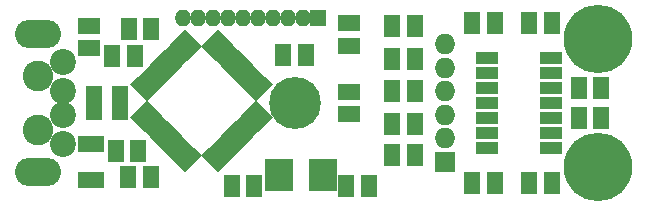
<source format=gts>
G04 #@! TF.GenerationSoftware,KiCad,Pcbnew,(5.1.2-1)-1*
G04 #@! TF.CreationDate,2019-05-24T13:24:50+02:00*
G04 #@! TF.ProjectId,XoomFloppy,586f6f6d-466c-46f7-9070-792e6b696361,1.1*
G04 #@! TF.SameCoordinates,Original*
G04 #@! TF.FileFunction,Soldermask,Top*
G04 #@! TF.FilePolarity,Negative*
%FSLAX46Y46*%
G04 Gerber Fmt 4.6, Leading zero omitted, Abs format (unit mm)*
G04 Created by KiCad (PCBNEW (5.1.2-1)-1) date 2019-05-24 13:24:50*
%MOMM*%
%LPD*%
G04 APERTURE LIST*
%ADD10C,2.200000*%
%ADD11C,2.600000*%
%ADD12O,3.900000X2.400000*%
%ADD13C,4.400000*%
%ADD14C,5.800000*%
%ADD15R,1.370000X1.900000*%
%ADD16R,1.750000X1.750000*%
%ADD17O,1.750000X1.750000*%
%ADD18R,1.900000X1.370000*%
%ADD19C,0.950000*%
%ADD20C,0.100000*%
%ADD21R,1.900000X1.000000*%
%ADD22R,1.460000X1.050000*%
%ADD23R,2.200000X1.470000*%
%ADD24R,2.400000X2.800000*%
%ADD25R,1.400000X1.400000*%
%ADD26O,1.400000X1.400000*%
G04 APERTURE END LIST*
D10*
X105500000Y-81500000D03*
X105500000Y-79000000D03*
X105500000Y-77000000D03*
X105500000Y-74500000D03*
D11*
X103400000Y-80300000D03*
X103400000Y-75700000D03*
D12*
X103400000Y-83850000D03*
X103400000Y-72150000D03*
D13*
X125100000Y-78000000D03*
D14*
X150750000Y-83400000D03*
X150800000Y-72600000D03*
D15*
X119745000Y-85000000D03*
X121655000Y-85000000D03*
X129445000Y-85000000D03*
X131355000Y-85000000D03*
X111555000Y-74000000D03*
X109645000Y-74000000D03*
X111855000Y-82100000D03*
X109945000Y-82100000D03*
X126055000Y-73900000D03*
X124145000Y-73900000D03*
D16*
X137800000Y-83000000D03*
D17*
X137800000Y-81000000D03*
X137800000Y-79000000D03*
X137800000Y-77000000D03*
X137800000Y-75000000D03*
X137800000Y-73000000D03*
D15*
X135255000Y-77000000D03*
X133345000Y-77000000D03*
X149145000Y-79300000D03*
X151055000Y-79300000D03*
X135255000Y-74300000D03*
X133345000Y-74300000D03*
X149145000Y-76700000D03*
X151055000Y-76700000D03*
X135255000Y-82400000D03*
X133345000Y-82400000D03*
X146855000Y-71200000D03*
X144945000Y-71200000D03*
X135255000Y-71500000D03*
X133345000Y-71500000D03*
X140145000Y-71200000D03*
X142055000Y-71200000D03*
X133345000Y-79800000D03*
X135255000Y-79800000D03*
X146855000Y-84800000D03*
X144945000Y-84800000D03*
D18*
X129700000Y-77045000D03*
X129700000Y-78955000D03*
X129700000Y-71245000D03*
X129700000Y-73155000D03*
D15*
X111045000Y-71700000D03*
X112955000Y-71700000D03*
X112903000Y-84300000D03*
X110993000Y-84300000D03*
X140145000Y-84800000D03*
X142055000Y-84800000D03*
D19*
X112214897Y-78825305D03*
D20*
G36*
X111843666Y-79868288D02*
G01*
X111171914Y-79196536D01*
X112586128Y-77782322D01*
X113257880Y-78454074D01*
X111843666Y-79868288D01*
X111843666Y-79868288D01*
G37*
D19*
X112780583Y-79390990D03*
D20*
G36*
X112409352Y-80433973D02*
G01*
X111737600Y-79762221D01*
X113151814Y-78348007D01*
X113823566Y-79019759D01*
X112409352Y-80433973D01*
X112409352Y-80433973D01*
G37*
D19*
X113346268Y-79956676D03*
D20*
G36*
X112975037Y-80999659D02*
G01*
X112303285Y-80327907D01*
X113717499Y-78913693D01*
X114389251Y-79585445D01*
X112975037Y-80999659D01*
X112975037Y-80999659D01*
G37*
D19*
X113911953Y-80522361D03*
D20*
G36*
X113540722Y-81565344D02*
G01*
X112868970Y-80893592D01*
X114283184Y-79479378D01*
X114954936Y-80151130D01*
X113540722Y-81565344D01*
X113540722Y-81565344D01*
G37*
D19*
X114477639Y-81088047D03*
D20*
G36*
X114106408Y-82131030D02*
G01*
X113434656Y-81459278D01*
X114848870Y-80045064D01*
X115520622Y-80716816D01*
X114106408Y-82131030D01*
X114106408Y-82131030D01*
G37*
D19*
X115043324Y-81653732D03*
D20*
G36*
X114672093Y-82696715D02*
G01*
X114000341Y-82024963D01*
X115414555Y-80610749D01*
X116086307Y-81282501D01*
X114672093Y-82696715D01*
X114672093Y-82696715D01*
G37*
D19*
X115609010Y-82219417D03*
D20*
G36*
X115237779Y-83262400D02*
G01*
X114566027Y-82590648D01*
X115980241Y-81176434D01*
X116651993Y-81848186D01*
X115237779Y-83262400D01*
X115237779Y-83262400D01*
G37*
D19*
X116174695Y-82785103D03*
D20*
G36*
X115803464Y-83828086D02*
G01*
X115131712Y-83156334D01*
X116545926Y-81742120D01*
X117217678Y-82413872D01*
X115803464Y-83828086D01*
X115803464Y-83828086D01*
G37*
D19*
X118225305Y-82785103D03*
D20*
G36*
X119268288Y-83156334D02*
G01*
X118596536Y-83828086D01*
X117182322Y-82413872D01*
X117854074Y-81742120D01*
X119268288Y-83156334D01*
X119268288Y-83156334D01*
G37*
D19*
X118790990Y-82219417D03*
D20*
G36*
X119833973Y-82590648D02*
G01*
X119162221Y-83262400D01*
X117748007Y-81848186D01*
X118419759Y-81176434D01*
X119833973Y-82590648D01*
X119833973Y-82590648D01*
G37*
D19*
X119356676Y-81653732D03*
D20*
G36*
X120399659Y-82024963D02*
G01*
X119727907Y-82696715D01*
X118313693Y-81282501D01*
X118985445Y-80610749D01*
X120399659Y-82024963D01*
X120399659Y-82024963D01*
G37*
D19*
X119922361Y-81088047D03*
D20*
G36*
X120965344Y-81459278D02*
G01*
X120293592Y-82131030D01*
X118879378Y-80716816D01*
X119551130Y-80045064D01*
X120965344Y-81459278D01*
X120965344Y-81459278D01*
G37*
D19*
X120488047Y-80522361D03*
D20*
G36*
X121531030Y-80893592D02*
G01*
X120859278Y-81565344D01*
X119445064Y-80151130D01*
X120116816Y-79479378D01*
X121531030Y-80893592D01*
X121531030Y-80893592D01*
G37*
D19*
X121053732Y-79956676D03*
D20*
G36*
X122096715Y-80327907D02*
G01*
X121424963Y-80999659D01*
X120010749Y-79585445D01*
X120682501Y-78913693D01*
X122096715Y-80327907D01*
X122096715Y-80327907D01*
G37*
D19*
X121619417Y-79390990D03*
D20*
G36*
X122662400Y-79762221D02*
G01*
X121990648Y-80433973D01*
X120576434Y-79019759D01*
X121248186Y-78348007D01*
X122662400Y-79762221D01*
X122662400Y-79762221D01*
G37*
D19*
X122185103Y-78825305D03*
D20*
G36*
X123228086Y-79196536D02*
G01*
X122556334Y-79868288D01*
X121142120Y-78454074D01*
X121813872Y-77782322D01*
X123228086Y-79196536D01*
X123228086Y-79196536D01*
G37*
D19*
X122185103Y-76774695D03*
D20*
G36*
X121813872Y-77817678D02*
G01*
X121142120Y-77145926D01*
X122556334Y-75731712D01*
X123228086Y-76403464D01*
X121813872Y-77817678D01*
X121813872Y-77817678D01*
G37*
D19*
X121619417Y-76209010D03*
D20*
G36*
X121248186Y-77251993D02*
G01*
X120576434Y-76580241D01*
X121990648Y-75166027D01*
X122662400Y-75837779D01*
X121248186Y-77251993D01*
X121248186Y-77251993D01*
G37*
D19*
X121053732Y-75643324D03*
D20*
G36*
X120682501Y-76686307D02*
G01*
X120010749Y-76014555D01*
X121424963Y-74600341D01*
X122096715Y-75272093D01*
X120682501Y-76686307D01*
X120682501Y-76686307D01*
G37*
D19*
X120488047Y-75077639D03*
D20*
G36*
X120116816Y-76120622D02*
G01*
X119445064Y-75448870D01*
X120859278Y-74034656D01*
X121531030Y-74706408D01*
X120116816Y-76120622D01*
X120116816Y-76120622D01*
G37*
D19*
X119922361Y-74511953D03*
D20*
G36*
X119551130Y-75554936D02*
G01*
X118879378Y-74883184D01*
X120293592Y-73468970D01*
X120965344Y-74140722D01*
X119551130Y-75554936D01*
X119551130Y-75554936D01*
G37*
D19*
X119356676Y-73946268D03*
D20*
G36*
X118985445Y-74989251D02*
G01*
X118313693Y-74317499D01*
X119727907Y-72903285D01*
X120399659Y-73575037D01*
X118985445Y-74989251D01*
X118985445Y-74989251D01*
G37*
D19*
X118790990Y-73380583D03*
D20*
G36*
X118419759Y-74423566D02*
G01*
X117748007Y-73751814D01*
X119162221Y-72337600D01*
X119833973Y-73009352D01*
X118419759Y-74423566D01*
X118419759Y-74423566D01*
G37*
D19*
X118225305Y-72814897D03*
D20*
G36*
X117854074Y-73857880D02*
G01*
X117182322Y-73186128D01*
X118596536Y-71771914D01*
X119268288Y-72443666D01*
X117854074Y-73857880D01*
X117854074Y-73857880D01*
G37*
D19*
X116174695Y-72814897D03*
D20*
G36*
X117217678Y-73186128D02*
G01*
X116545926Y-73857880D01*
X115131712Y-72443666D01*
X115803464Y-71771914D01*
X117217678Y-73186128D01*
X117217678Y-73186128D01*
G37*
D19*
X115609010Y-73380583D03*
D20*
G36*
X116651993Y-73751814D02*
G01*
X115980241Y-74423566D01*
X114566027Y-73009352D01*
X115237779Y-72337600D01*
X116651993Y-73751814D01*
X116651993Y-73751814D01*
G37*
D19*
X115043324Y-73946268D03*
D20*
G36*
X116086307Y-74317499D02*
G01*
X115414555Y-74989251D01*
X114000341Y-73575037D01*
X114672093Y-72903285D01*
X116086307Y-74317499D01*
X116086307Y-74317499D01*
G37*
D19*
X114477639Y-74511953D03*
D20*
G36*
X115520622Y-74883184D02*
G01*
X114848870Y-75554936D01*
X113434656Y-74140722D01*
X114106408Y-73468970D01*
X115520622Y-74883184D01*
X115520622Y-74883184D01*
G37*
D19*
X113911953Y-75077639D03*
D20*
G36*
X114954936Y-75448870D02*
G01*
X114283184Y-76120622D01*
X112868970Y-74706408D01*
X113540722Y-74034656D01*
X114954936Y-75448870D01*
X114954936Y-75448870D01*
G37*
D19*
X113346268Y-75643324D03*
D20*
G36*
X114389251Y-76014555D02*
G01*
X113717499Y-76686307D01*
X112303285Y-75272093D01*
X112975037Y-74600341D01*
X114389251Y-76014555D01*
X114389251Y-76014555D01*
G37*
D19*
X112780583Y-76209010D03*
D20*
G36*
X113823566Y-76580241D02*
G01*
X113151814Y-77251993D01*
X111737600Y-75837779D01*
X112409352Y-75166027D01*
X113823566Y-76580241D01*
X113823566Y-76580241D01*
G37*
D19*
X112214897Y-76774695D03*
D20*
G36*
X113257880Y-77145926D02*
G01*
X112586128Y-77817678D01*
X111171914Y-76403464D01*
X111843666Y-75731712D01*
X113257880Y-77145926D01*
X113257880Y-77145926D01*
G37*
D21*
X146800000Y-81810000D03*
X146800000Y-80540000D03*
X146800000Y-79270000D03*
X146800000Y-78000000D03*
X146800000Y-76730000D03*
X146800000Y-75460000D03*
X146800000Y-74190000D03*
X141400000Y-74190000D03*
X141400000Y-75460000D03*
X141400000Y-76730000D03*
X141400000Y-78000000D03*
X141400000Y-79270000D03*
X141400000Y-80540000D03*
X141400000Y-81810000D03*
D18*
X107700000Y-71445000D03*
X107700000Y-73355000D03*
D22*
X108100000Y-77050000D03*
X108100000Y-78000000D03*
X108100000Y-78950000D03*
X110300000Y-78950000D03*
X110300000Y-77050000D03*
X110300000Y-78000000D03*
D23*
X107850000Y-81495000D03*
X107850000Y-84505000D03*
D24*
X123750000Y-84100000D03*
X127450000Y-84100000D03*
D25*
X127100000Y-70800000D03*
D26*
X125830000Y-70800000D03*
X124560000Y-70800000D03*
X123290000Y-70800000D03*
X122020000Y-70800000D03*
X120750000Y-70800000D03*
X119480000Y-70800000D03*
X118210000Y-70800000D03*
X116940000Y-70800000D03*
X115670000Y-70800000D03*
M02*

</source>
